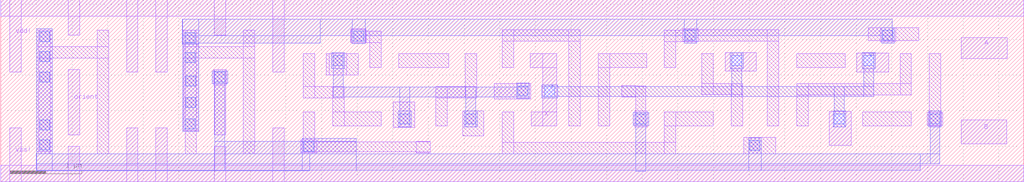
<source format=lef>
VERSION 5.6 ;
BUSBITCHARS "[]" ;
DIVIDERCHAR "/" ;

MACRO dig_poly_NAND_NOR2_x1
  CLASS CORE ;
  ORIGIN 0 0 ;
  FOREIGN dig_poly_NAND_NOR2_x1 0 0 ;
  SIZE 10.25 BY 2.56 ;
  SYMMETRY X Y ;
  SITE CoreSite8T ;
  PIN orient
    DIRECTION INPUT ;
    USE SIGNAL ;
    PORT
      LAYER M2 ;
        RECT 0.915 0.66 1.135 1.58 ;
      LAYER M1 ;
        RECT 0.935 0.99 1.115 1.21 ;
        RECT 0.945 0.66 1.105 1.58 ;
      LAYER V12 ;
        RECT 0.955 1.03 1.095 1.17 ;
    END
  END orient
  PIN A
    DIRECTION INPUT ;
    USE SIGNAL ;
    PORT
      LAYER M1 ;
        RECT 5.335 1.57 6.105 1.73 ;
    END
  END A
  PIN B
    DIRECTION INPUT ;
    USE SIGNAL ;
    PORT
      LAYER M1 ;
        RECT 6.605 1.535 7.155 1.775 ;
    END
  END B
  PIN X
    DIRECTION OUTPUT ;
    USE SIGNAL ;
    PORT
      LAYER M1 ;
        RECT 6.675 1.96 7.485 2.16 ;
        RECT 7.325 0.47 7.485 2.16 ;
        RECT 6.675 1.16 7.485 1.36 ;
        RECT 6.675 0.47 7.485 0.67 ;
    END
  END X
  PIN vdd!
    DIRECTION INOUT ;
    USE POWER ;
    SHAPE ABUTMENT ;
    PORT
      LAYER M1 ;
        RECT 0 2.33 10.25 2.56 ;
        RECT 3.815 1.54 3.975 2.56 ;
        RECT 2.995 2.06 3.155 2.56 ;
        RECT 2.175 1.54 2.335 2.56 ;
        RECT 1.765 1.54 1.925 2.56 ;
        RECT 0.945 2.06 1.105 2.56 ;
        RECT 0.125 1.54 0.285 2.56 ;
    END
  END vdd!
  PIN vss!
    DIRECTION INOUT ;
    USE GROUND ;
    SHAPE ABUTMENT ;
    PORT
      LAYER M1 ;
        RECT 0 0 10.25 0.23 ;
        RECT 3.815 0 3.975 0.76 ;
        RECT 2.995 0 3.155 0.5 ;
        RECT 2.175 0 2.335 0.76 ;
        RECT 1.765 0 1.925 0.76 ;
        RECT 0.945 0 1.105 0.5 ;
        RECT 0.125 0 0.285 0.76 ;
    END
  END vss!
  OBS
    LAYER M1 ;
      RECT 8.69 1.97 8.955 2.17 ;
      RECT 8.775 0.39 8.955 2.17 ;
      RECT 7.645 1.97 8.44 2.17 ;
      RECT 7.645 1.16 7.805 2.17 ;
      RECT 7.965 1.21 8.205 1.41 ;
      RECT 7.965 0.86 8.105 1.41 ;
      RECT 7.645 0.86 8.105 1 ;
      RECT 7.645 0.47 7.805 1 ;
      RECT 5.865 1.21 6.105 1.41 ;
      RECT 5.965 0.86 6.105 1.41 ;
      RECT 5.965 0.86 6.415 1 ;
      RECT 6.265 0.47 6.415 1 ;
      RECT 6.265 0.47 6.425 0.67 ;
      RECT 5.25 1.96 6.425 2.17 ;
      RECT 6.265 1.16 6.425 2.17 ;
      RECT 4.84 0.755 5 2.17 ;
      RECT 4.84 0.755 5.295 0.975 ;
      RECT 5.115 0.39 5.295 0.975 ;
      RECT 3.395 0.39 3.575 2.13 ;
      RECT 2.585 0.39 2.745 2.13 ;
      RECT 2.585 1.74 3.575 1.9 ;
      RECT 2.575 1.66 2.755 1.88 ;
      RECT 2.995 0.66 3.155 1.58 ;
      RECT 2.985 0.99 3.165 1.21 ;
      RECT 1.345 0.39 1.525 2.14 ;
      RECT 0.535 0.39 0.695 2.13 ;
      RECT 0.535 1.74 1.525 1.9 ;
      RECT 9.115 1.71 9.335 2.17 ;
      RECT 8.455 0.42 8.615 1.41 ;
      RECT 7.965 0.39 8.295 0.7 ;
      RECT 5.775 0.39 6.105 0.7 ;
      RECT 5.455 0.42 5.615 1.41 ;
      RECT 4.46 1.71 4.68 2.17 ;
    LAYER V12 ;
      RECT 9.155 2.01 9.295 2.15 ;
      RECT 8.795 0.795 8.935 0.935 ;
      RECT 8.055 0.52 8.195 0.66 ;
      RECT 5.875 0.52 6.015 0.66 ;
      RECT 5.135 0.795 5.275 0.935 ;
      RECT 4.5 2.01 4.64 2.15 ;
      RECT 3.415 0.46 3.555 0.6 ;
      RECT 3.415 0.74 3.555 0.88 ;
      RECT 3.415 1.42 3.555 1.56 ;
      RECT 3.415 1.7 3.555 1.84 ;
      RECT 3.005 1.03 3.145 1.17 ;
      RECT 2.595 1.7 2.735 1.84 ;
      RECT 1.365 0.46 1.505 0.6 ;
      RECT 1.365 0.74 1.505 0.88 ;
      RECT 1.365 1.4 1.505 1.54 ;
      RECT 1.365 1.68 1.505 1.82 ;
      RECT 1.365 1.96 1.505 2.1 ;
    LAYER M2 ;
      RECT 1.325 2.17 9.315 2.4 ;
      RECT 9.135 1.97 9.315 2.4 ;
      RECT 7.53 0.5 7.71 2.4 ;
      RECT 4.48 1.97 4.66 2.4 ;
      RECT 1.325 0.39 1.545 2.4 ;
      RECT 2.965 0.66 3.185 1.58 ;
      RECT 1.325 0.66 3.185 0.89 ;
      RECT 8.015 0.5 8.235 0.68 ;
      RECT 5.835 0.5 6.055 0.68 ;
      RECT 5.835 0.5 8.235 0.66 ;
      RECT 2.555 1.74 3.595 1.92 ;
      RECT 3.375 0.16 3.595 1.92 ;
      RECT 2.555 1.68 2.775 1.92 ;
      RECT 8.425 0.775 8.975 0.955 ;
      RECT 5.095 0.775 5.645 0.955 ;
      RECT 5.425 0.16 5.645 0.955 ;
      RECT 8.425 0.155 8.645 0.955 ;
      RECT 3.375 0.16 8.645 0.34 ;
  END
END dig_poly_NAND_NOR2_x1

MACRO dig_poly_XOR_BUF2_x1
  CLASS CORE ;
  ORIGIN 0 0 ;
  FOREIGN dig_poly_XOR_BUF2_x1 0 0 ;
  SIZE 14.35 BY 2.56 ;
  SYMMETRY X Y ;
  SITE CoreSite8T ;
  PIN orient
    DIRECTION INPUT ;
    USE SIGNAL ;
    PORT
      LAYER M1 ;
        RECT 0.945 0.66 1.105 1.58 ;
    END
  END orient
  PIN A
    DIRECTION INPUT ;
    USE SIGNAL ;
    PORT
      LAYER M1 ;
        RECT 13.47 1.735 14.12 2.03 ;
    END
  END A
  PIN B
    DIRECTION INPUT ;
    USE SIGNAL ;
    PORT
      LAYER M1 ;
        RECT 13.47 0.53 14.115 0.87 ;
    END
  END B
  PIN X
    DIRECTION OUTPUT ;
    USE SIGNAL ;
    PORT
      LAYER M2 ;
        RECT 12.085 1.595 12.265 1.815 ;
        RECT 12.105 1.2 12.245 1.815 ;
        RECT 7.59 1.2 12.245 1.34 ;
        RECT 11.675 0.775 11.855 0.995 ;
        RECT 11.695 0.775 11.835 1.34 ;
        RECT 10.235 1.595 10.415 1.815 ;
        RECT 10.255 1.2 10.395 1.815 ;
        RECT 7.59 1.18 7.81 1.36 ;
      LAYER M1 ;
        RECT 12.005 1.54 12.455 1.81 ;
        RECT 11.62 0.515 11.93 0.99 ;
        RECT 10.165 1.555 10.595 1.82 ;
        RECT 7.425 1.605 7.8 1.805 ;
        RECT 7.6 0.785 7.8 1.805 ;
        RECT 7.445 0.785 7.8 0.985 ;
      LAYER V12 ;
        RECT 7.63 1.2 7.77 1.34 ;
        RECT 10.255 1.635 10.395 1.775 ;
        RECT 11.695 0.815 11.835 0.955 ;
        RECT 12.105 1.635 12.245 1.775 ;
    END
  END X
  PIN vdd!
    DIRECTION INOUT ;
    USE POWER ;
    SHAPE ABUTMENT ;
    PORT
      LAYER M1 ;
        RECT 0 2.33 14.35 2.56 ;
        RECT 3.815 1.54 3.975 2.56 ;
        RECT 2.995 2.06 3.155 2.56 ;
        RECT 2.175 1.54 2.335 2.56 ;
        RECT 1.765 1.54 1.925 2.56 ;
        RECT 0.945 2.06 1.105 2.56 ;
        RECT 0.125 1.54 0.285 2.56 ;
    END
  END vdd!
  PIN vss!
    DIRECTION INOUT ;
    USE GROUND ;
    SHAPE ABUTMENT ;
    PORT
      LAYER M1 ;
        RECT 0 0 14.35 0.23 ;
        RECT 3.815 0 3.975 0.76 ;
        RECT 2.995 0 3.155 0.5 ;
        RECT 2.175 0 2.335 0.76 ;
        RECT 1.765 0 1.925 0.76 ;
        RECT 0.945 0 1.105 0.5 ;
        RECT 0.125 0 0.285 0.76 ;
    END
  END vss!
  OBS
    LAYER M1 ;
      RECT 13.025 0.785 13.185 1.805 ;
      RECT 12.995 0.795 13.215 0.975 ;
      RECT 12.17 1.985 12.88 2.165 ;
      RECT 12.335 1.97 12.555 2.165 ;
      RECT 12.615 1.22 12.775 1.805 ;
      RECT 11.165 1.22 12.775 1.38 ;
      RECT 11.165 0.785 11.325 1.38 ;
      RECT 9.565 1.97 9.785 2.15 ;
      RECT 9.565 1.98 10.915 2.14 ;
      RECT 10.755 0.785 10.915 2.14 ;
      RECT 9.31 1.97 9.785 2.13 ;
      RECT 9.31 1.605 9.47 2.13 ;
      RECT 9.835 1.225 9.995 1.805 ;
      RECT 9.835 1.225 10.405 1.385 ;
      RECT 10.245 0.785 10.405 1.385 ;
      RECT 9.31 0.785 9.995 0.985 ;
      RECT 7.035 0.395 7.195 0.985 ;
      RECT 9.31 0.395 9.47 0.985 ;
      RECT 7.035 0.395 9.47 0.555 ;
      RECT 8.71 1.195 8.91 1.355 ;
      RECT 8.91 0.775 9.05 1.345 ;
      RECT 8.89 0.775 9.07 0.995 ;
      RECT 8.38 1.605 9.06 1.805 ;
      RECT 8.38 0.785 8.54 1.805 ;
      RECT 7.035 1.98 8.13 2.14 ;
      RECT 7.97 0.785 8.13 2.14 ;
      RECT 7.035 1.605 7.195 2.14 ;
      RECT 6.515 1.18 6.675 1.805 ;
      RECT 6.105 1.18 6.675 1.34 ;
      RECT 6.105 0.785 6.265 1.34 ;
      RECT 4.245 0.41 4.405 0.985 ;
      RECT 4.21 0.41 4.43 0.59 ;
      RECT 5.825 0.41 6.025 0.57 ;
      RECT 4.21 0.42 6.025 0.56 ;
      RECT 4.245 1.18 4.405 1.805 ;
      RECT 4.245 1.18 4.815 1.34 ;
      RECT 4.655 0.785 4.815 1.34 ;
      RECT 4.655 0.785 5.335 0.985 ;
      RECT 4.92 1.96 5.12 2.15 ;
      RECT 4.91 1.96 5.13 2.14 ;
      RECT 4.91 1.96 5.335 2.12 ;
      RECT 5.175 1.605 5.335 2.12 ;
      RECT 4.61 1.5 4.855 1.805 ;
      RECT 4.565 1.5 5.015 1.8 ;
      RECT 2.565 0.725 2.745 2.135 ;
      RECT 2.585 0.39 2.745 2.135 ;
      RECT 3.405 0.39 3.565 2.13 ;
      RECT 2.55 0.725 2.775 2.13 ;
      RECT 2.55 1.74 3.565 1.9 ;
      RECT 2.985 1.36 3.165 1.58 ;
      RECT 2.995 0.66 3.155 1.58 ;
      RECT 1.355 0.39 1.515 2.13 ;
      RECT 0.505 0.43 0.725 2.13 ;
      RECT 0.505 1.74 1.515 1.9 ;
      RECT 0.535 0.39 0.695 2.13 ;
      RECT 12.095 0.785 12.775 0.985 ;
      RECT 11.165 1.605 11.845 1.805 ;
      RECT 10.425 0.39 10.87 0.625 ;
      RECT 6.92 1.165 7.435 1.385 ;
      RECT 6.48 0.645 6.775 0.995 ;
      RECT 5.585 1.605 6.285 1.805 ;
      RECT 5.505 0.765 5.81 1.12 ;
    LAYER V12 ;
      RECT 13.035 0.815 13.175 0.955 ;
      RECT 12.375 1.99 12.515 2.13 ;
      RECT 10.51 0.44 10.65 0.58 ;
      RECT 9.605 1.99 9.745 2.13 ;
      RECT 8.91 0.815 9.05 0.955 ;
      RECT 7.255 1.21 7.395 1.35 ;
      RECT 6.525 0.815 6.665 0.955 ;
      RECT 5.595 0.815 5.735 0.955 ;
      RECT 4.95 1.98 5.09 2.12 ;
      RECT 4.665 1.635 4.805 1.775 ;
      RECT 4.25 0.43 4.39 0.57 ;
      RECT 3.005 1.4 3.145 1.54 ;
      RECT 2.595 1.045 2.735 1.185 ;
      RECT 2.595 1.35 2.735 1.49 ;
      RECT 2.59 0.745 2.73 0.885 ;
      RECT 2.59 1.675 2.73 1.815 ;
      RECT 2.585 1.955 2.725 2.095 ;
      RECT 0.545 0.45 0.685 0.59 ;
      RECT 0.545 0.73 0.685 0.87 ;
      RECT 0.545 1.4 0.685 1.54 ;
      RECT 0.545 1.69 0.685 1.83 ;
      RECT 0.545 1.97 0.685 2.11 ;
    LAYER M2 ;
      RECT 0.505 0.155 0.725 2.15 ;
      RECT 2.965 1.38 3.185 1.56 ;
      RECT 3.005 0.155 3.145 1.56 ;
      RECT 13.015 0.775 13.195 0.995 ;
      RECT 8.87 0.795 9.09 0.975 ;
      RECT 8.91 0.145 9.05 0.975 ;
      RECT 13.035 0.25 13.175 0.995 ;
      RECT 10.49 0.16 10.67 0.62 ;
      RECT 4.23 0.16 4.985 0.61 ;
      RECT 3.005 0.16 4.985 0.565 ;
      RECT 0.5 0.25 13.175 0.39 ;
      RECT 0.5 0.16 12.9 0.39 ;
      RECT 0.5 0.155 4.335 0.39 ;
      RECT 2.545 2.055 12.505 2.285 ;
      RECT 12.355 1.95 12.535 2.17 ;
      RECT 9.585 1.95 9.765 2.285 ;
      RECT 4.93 1.94 5.11 2.285 ;
      RECT 2.545 1.95 4.485 2.285 ;
      RECT 2.545 1.935 2.78 2.285 ;
      RECT 2.55 0.705 2.78 2.285 ;
      RECT 4.645 1.595 4.825 1.815 ;
      RECT 4.665 1.19 4.805 1.815 ;
      RECT 7.235 1.17 7.415 1.39 ;
      RECT 4.665 1.19 7.415 1.33 ;
      RECT 6.525 0.775 6.665 1.33 ;
      RECT 5.595 0.775 5.735 1.33 ;
      RECT 6.505 0.775 6.685 0.995 ;
      RECT 5.575 0.775 5.755 0.995 ;
  END
END dig_poly_XOR_BUF2_x1

END LIBRARY

</source>
